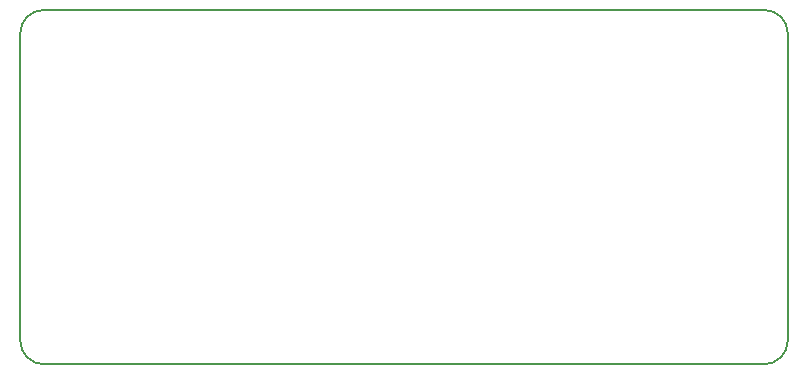
<source format=gm1>
G04 #@! TF.FileFunction,Profile,NP*
%FSLAX46Y46*%
G04 Gerber Fmt 4.6, Leading zero omitted, Abs format (unit mm)*
G04 Created by KiCad (PCBNEW 4.0.7) date Fri Mar  9 15:06:21 2018*
%MOMM*%
%LPD*%
G01*
G04 APERTURE LIST*
%ADD10C,0.025400*%
%ADD11C,0.150000*%
G04 APERTURE END LIST*
D10*
D11*
X125012580Y-78015120D02*
G75*
G03X127012581Y-80015121I2000001J0D01*
G01*
X188012580Y-80015120D02*
G75*
G03X190012581Y-78015119I0J2000001D01*
G01*
X190012580Y-52015120D02*
G75*
G03X188012579Y-50015119I-2000001J0D01*
G01*
X127012580Y-50015120D02*
G75*
G03X125012579Y-52015121I0J-2000001D01*
G01*
X125012580Y-78015120D02*
X125012580Y-52015120D01*
X188012580Y-80015120D02*
X127012580Y-80015120D01*
X190012580Y-52015120D02*
X190012580Y-78015120D01*
X127012580Y-50015120D02*
X188012580Y-50015120D01*
M02*

</source>
